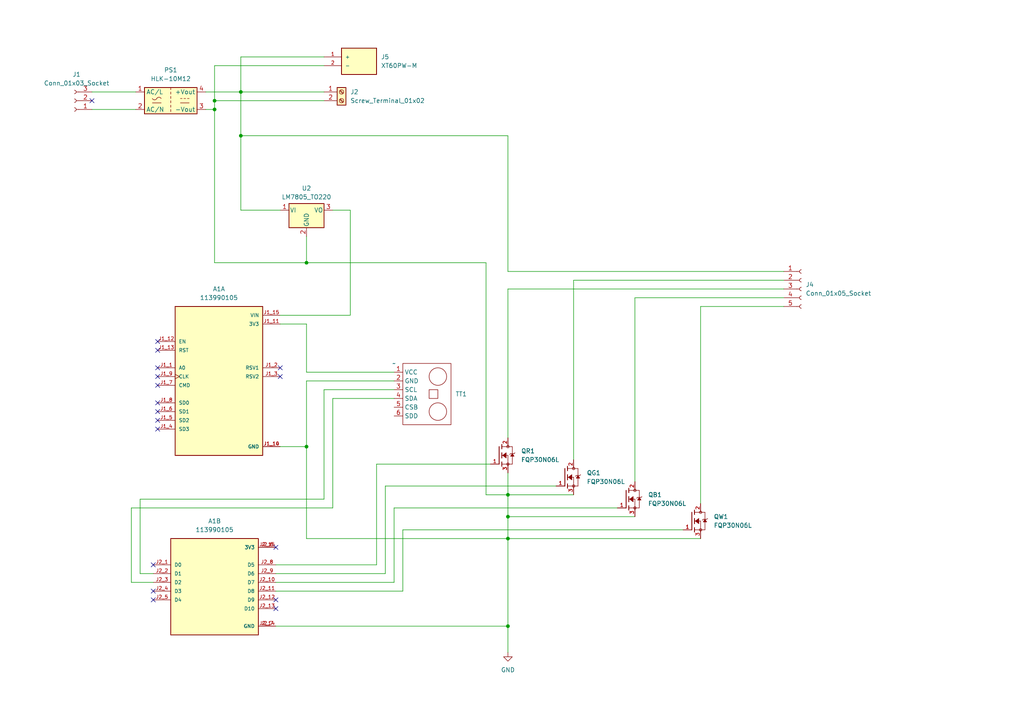
<source format=kicad_sch>
(kicad_sch (version 20230121) (generator eeschema)
  (paper "A4")
  (lib_symbols
    (symbol "BME280_module:BME280"
      (property "Reference" "TT" (at 0 0 0))
      (symbol "BME280_0_1"
        (rectangle (start 2.54 0) (end 16.51 -17.78))
        (rectangle (start 10.16 -7.62) (end 12.7 -10.16))
        (circle (center 12.7 -13.97) (radius 2.54))
        (circle (center 12.7 -3.81) (radius 2.54))
      )
      (symbol "BME280_1_1"
        (pin power_in line (at 0 -2.54 0) (length 2.54) (name "VCC") (number "1"))
        (pin power_in line (at 0 -5.08 0) (length 2.54) (name "GND") (number "2"))
        (pin bidirectional line (at 0 -7.62 0) (length 2.54) (name "SCL") (number "3"))
        (pin bidirectional line (at 0 -10.16 0) (length 2.54) (name "SDA") (number "4"))
        (pin bidirectional line (at 0 -12.7 0) (length 2.54) (name "CSB") (number "5"))
        (pin bidirectional line (at 0 -15.24 0) (length 2.54) (name "SDD") (number "6"))
      )
    )
    (symbol "Connector:Conn_01x03_Socket" (pin_names (offset 1.016) hide)
      (property "Reference" "J" (at 0 5.08 0))
      (property "Value" "Conn_01x03_Socket" (at 0 -5.08 0))
      (symbol "Conn_01x03_Socket_1_1"
        (arc (start 0 -2.032) (mid -0.5058 -2.54) (end 0 -3.048) (stroke (width 0.1524)))
        (polyline (pts (xy -1.27 -2.54) (xy -0.508 -2.54)) (stroke (width 0.1524)))
        (polyline (pts (xy -1.27 0) (xy -0.508 0)) (stroke (width 0.1524)))
        (polyline (pts (xy -1.27 2.54) (xy -0.508 2.54)) (stroke (width 0.1524)))
        (arc (start 0 0.508) (mid -0.5058 0) (end 0 -0.508) (stroke (width 0.1524)))
        (arc (start 0 3.048) (mid -0.5058 2.54) (end 0 2.032) (stroke (width 0.1524)))
        (pin passive line (at -5.08 2.54 0) (length 3.81) (name "Pin_1") (number "1"))
        (pin passive line (at -5.08 0 0) (length 3.81) (name "Pin_2") (number "2"))
        (pin passive line (at -5.08 -2.54 0) (length 3.81) (name "Pin_3") (number "3"))
      )
    )
    (symbol "Connector:Conn_01x05_Socket" (pin_names (offset 1.016) hide)
      (property "Reference" "J" (at 0 7.62 0))
      (property "Value" "Conn_01x05_Socket" (at 0 -7.62 0))
      (symbol "Conn_01x05_Socket_1_1"
        (arc (start 0 -4.572) (mid -0.5058 -5.08) (end 0 -5.588) (stroke (width 0.1524)))
        (arc (start 0 -2.032) (mid -0.5058 -2.54) (end 0 -3.048) (stroke (width 0.1524)))
        (polyline (pts (xy -1.27 -5.08) (xy -0.508 -5.08)) (stroke (width 0.1524)))
        (polyline (pts (xy -1.27 -2.54) (xy -0.508 -2.54)) (stroke (width 0.1524)))
        (polyline (pts (xy -1.27 0) (xy -0.508 0)) (stroke (width 0.1524)))
        (polyline (pts (xy -1.27 2.54) (xy -0.508 2.54)) (stroke (width 0.1524)))
        (polyline (pts (xy -1.27 5.08) (xy -0.508 5.08)) (stroke (width 0.1524)))
        (arc (start 0 0.508) (mid -0.5058 0) (end 0 -0.508) (stroke (width 0.1524)))
        (arc (start 0 3.048) (mid -0.5058 2.54) (end 0 2.032) (stroke (width 0.1524)))
        (arc (start 0 5.588) (mid -0.5058 5.08) (end 0 4.572) (stroke (width 0.1524)))
        (pin passive line (at -5.08 5.08 0) (length 3.81) (name "Pin_1") (number "1"))
        (pin passive line (at -5.08 2.54 0) (length 3.81) (name "Pin_2") (number "2"))
        (pin passive line (at -5.08 0 0) (length 3.81) (name "Pin_3") (number "3"))
        (pin passive line (at -5.08 -2.54 0) (length 3.81) (name "Pin_4") (number "4"))
        (pin passive line (at -5.08 -5.08 0) (length 3.81) (name "Pin_5") (number "5"))
      )
    )
    (symbol "Connector:Screw_Terminal_01x02" (pin_names (offset 1.016) hide)
      (property "Reference" "J" (at 0 2.54 0))
      (property "Value" "Screw_Terminal_01x02" (at 0 -5.08 0))
      (symbol "Screw_Terminal_01x02_1_1"
        (rectangle (start -1.27 1.27) (end 1.27 -3.81) (stroke (width 0.254)) (fill (type background)))
        (circle (center 0 -2.54) (radius 0.635) (stroke (width 0.1524)))
        (polyline (pts (xy -0.5334 -2.2098) (xy 0.3302 -3.048)) (stroke (width 0.1524)))
        (polyline (pts (xy -0.5334 0.3302) (xy 0.3302 -0.508)) (stroke (width 0.1524)))
        (polyline (pts (xy -0.3556 -2.032) (xy 0.508 -2.8702)) (stroke (width 0.1524)))
        (polyline (pts (xy -0.3556 0.508) (xy 0.508 -0.3302)) (stroke (width 0.1524)))
        (circle (center 0 0) (radius 0.635) (stroke (width 0.1524)))
        (pin passive line (at -5.08 0 0) (length 3.81) (name "Pin_1") (number "1"))
        (pin passive line (at -5.08 -2.54 0) (length 3.81) (name "Pin_2") (number "2"))
      )
    )
    (symbol "Converter_ACDC:HLK-10M12"
      (property "Reference" "PS" (at 0 5.08 0))
      (property "Value" "HLK-10M12" (at 0 -5.08 0))
      (symbol "HLK-10M12_0_1"
        (rectangle (start -7.62 3.81) (end 7.62 -3.81) (stroke (width 0.254)) (fill (type background)))
        (arc (start -5.334 0.635) (mid -4.699 0.2495) (end -4.064 0.635))
        (arc (start -2.794 0.635) (mid -3.429 1.0072) (end -4.064 0.635))
        (polyline (pts (xy -5.334 -0.635) (xy -2.794 -0.635)))
        (polyline (pts (xy 0 -2.54) (xy 0 -3.175)))
        (polyline (pts (xy 0 -1.27) (xy 0 -1.905)))
        (polyline (pts (xy 0 0) (xy 0 -0.635)))
        (polyline (pts (xy 0 1.27) (xy 0 0.635)))
        (polyline (pts (xy 0 2.54) (xy 0 1.905)))
        (polyline (pts (xy 0 3.81) (xy 0 3.175)))
        (polyline (pts (xy 2.794 -0.635) (xy 5.334 -0.635)))
        (polyline (pts (xy 2.794 0.635) (xy 3.302 0.635)))
        (polyline (pts (xy 3.81 0.635) (xy 4.318 0.635)))
        (polyline (pts (xy 4.826 0.635) (xy 5.334 0.635)))
      )
      (symbol "HLK-10M12_1_1"
        (pin power_in line (at -10.16 2.54 0) (length 2.54) (name "AC/L") (number "1"))
        (pin power_in line (at -10.16 -2.54 0) (length 2.54) (name "AC/N") (number "2"))
        (pin power_out line (at 10.16 -2.54 180) (length 2.54) (name "-Vout") (number "3"))
        (pin power_out line (at 10.16 2.54 180) (length 2.54) (name "+Vout") (number "4"))
      )
    )
    (symbol "FQP30N06L:FQP30N06L" (pin_names (offset 1.016))
      (property "Reference" "Q" (at -11.4404 2.5423 0))
      (property "Value" "FQP30N06L" (at -11.4336 0 0))
      (symbol "FQP30N06L_0_0"
        (polyline (pts (xy 0 2.54) (xy 0 -2.54)) (stroke (width 0.254)))
        (polyline (pts (xy 0.762 -2.54) (xy 0.762 -3.175)) (stroke (width 0.254)))
        (polyline (pts (xy 0.762 -1.905) (xy 0.762 -2.54)) (stroke (width 0.254)))
        (polyline (pts (xy 0.762 0) (xy 0.762 -0.762)) (stroke (width 0.254)))
        (polyline (pts (xy 0.762 0) (xy 2.54 0)) (stroke (width 0.1524)))
        (polyline (pts (xy 0.762 0.762) (xy 0.762 0)) (stroke (width 0.254)))
        (polyline (pts (xy 0.762 2.54) (xy 0.762 1.905)) (stroke (width 0.254)))
        (polyline (pts (xy 0.762 2.54) (xy 3.81 2.54)) (stroke (width 0.1524)))
        (polyline (pts (xy 0.762 3.175) (xy 0.762 2.54)) (stroke (width 0.254)))
        (polyline (pts (xy 2.54 -2.54) (xy 0.762 -2.54)) (stroke (width 0.1524)))
        (polyline (pts (xy 2.54 -2.54) (xy 3.81 -2.54)) (stroke (width 0.1524)))
        (polyline (pts (xy 2.54 0) (xy 2.54 -2.54)) (stroke (width 0.1524)))
        (polyline (pts (xy 3.302 0.508) (xy 3.048 0.254)) (stroke (width 0.1524)))
        (polyline (pts (xy 3.81 0.508) (xy 3.302 0.508)) (stroke (width 0.1524)))
        (polyline (pts (xy 3.81 0.508) (xy 3.81 -2.54)) (stroke (width 0.1524)))
        (polyline (pts (xy 3.81 2.54) (xy 3.81 0.508)) (stroke (width 0.1524)))
        (polyline (pts (xy 4.318 0.508) (xy 3.81 0.508)) (stroke (width 0.1524)))
        (polyline (pts (xy 4.572 0.762) (xy 4.318 0.508)) (stroke (width 0.1524)))
        (polyline (pts (xy 1.016 0) (xy 2.032 0.762) (xy 2.032 -0.762) (xy 1.016 0)) (stroke (width 0.1524)) (fill (type outline)))
        (polyline (pts (xy 3.81 0.508) (xy 3.302 -0.254) (xy 4.318 -0.254) (xy 3.81 0.508)) (stroke (width 0.1524)) (fill (type outline)))
        (circle (center 2.54 -2.54) (radius 0.3592))
        (circle (center 2.54 2.54) (radius 0.3592))
        (pin passive line (at -2.54 -2.54 0) (length 2.54) (name "~") (number "1"))
        (pin passive line (at 2.54 5.08 270) (length 2.54) (name "~") (number "2"))
        (pin passive line (at 2.54 -5.08 90) (length 2.54) (name "~") (number "3"))
      )
    )
    (symbol "NodeMCUv2:113990105" (pin_names (offset 1.016))
      (property "Reference" "A" (at -12.7 21.59 0))
      (property "Value" "113990105" (at -12.7 -24.13 0))
      (symbol "113990105_1_0"
        (rectangle (start -12.7 -22.86) (end 12.7 20.32) (stroke (width 0.254)) (fill (type background)))
        (pin bidirectional line (at -17.78 2.54 0) (length 5.08) (name "A0") (number "J1_1"))
        (pin power_in line (at 17.78 -20.32 180) (length 5.08) (name "GND") (number "J1_10"))
        (pin power_in line (at 17.78 15.24 180) (length 5.08) (name "3V3") (number "J1_11"))
        (pin input line (at -17.78 10.16 0) (length 5.08) (name "EN") (number "J1_12"))
        (pin input line (at -17.78 7.62 0) (length 5.08) (name "RST") (number "J1_13"))
        (pin power_in line (at 17.78 -20.32 180) (length 5.08) (name "GND") (number "J1_14"))
        (pin power_in line (at 17.78 17.78 180) (length 5.08) (name "VIN") (number "J1_15"))
        (pin bidirectional line (at 17.78 2.54 180) (length 5.08) (name "RSV1") (number "J1_2"))
        (pin bidirectional line (at 17.78 0 180) (length 5.08) (name "RSV2") (number "J1_3"))
        (pin bidirectional line (at -17.78 -15.24 0) (length 5.08) (name "SD3") (number "J1_4"))
        (pin bidirectional line (at -17.78 -12.7 0) (length 5.08) (name "SD2") (number "J1_5"))
        (pin bidirectional line (at -17.78 -10.16 0) (length 5.08) (name "SD1") (number "J1_6"))
        (pin bidirectional line (at -17.78 -2.54 0) (length 5.08) (name "CMD") (number "J1_7"))
        (pin bidirectional line (at -17.78 -7.62 0) (length 5.08) (name "SD0") (number "J1_8"))
        (pin bidirectional clock (at -17.78 0 0) (length 5.08) (name "CLK") (number "J1_9"))
      )
      (symbol "113990105_2_0"
        (rectangle (start -12.7 -15.24) (end 12.7 12.7) (stroke (width 0.254)) (fill (type background)))
        (pin bidirectional line (at -17.78 5.08 0) (length 5.08) (name "D0") (number "J2_1"))
        (pin bidirectional line (at 17.78 0 180) (length 5.08) (name "D7") (number "J2_10"))
        (pin bidirectional line (at 17.78 -2.54 180) (length 5.08) (name "D8") (number "J2_11"))
        (pin bidirectional line (at 17.78 -5.08 180) (length 5.08) (name "D9") (number "J2_12"))
        (pin bidirectional line (at 17.78 -7.62 180) (length 5.08) (name "D10") (number "J2_13"))
        (pin power_in line (at 17.78 -12.7 180) (length 5.08) (name "GND") (number "J2_14"))
        (pin power_in line (at 17.78 10.16 180) (length 5.08) (name "3V3") (number "J2_15"))
        (pin bidirectional line (at -17.78 2.54 0) (length 5.08) (name "D1") (number "J2_2"))
        (pin bidirectional line (at -17.78 0 0) (length 5.08) (name "D2") (number "J2_3"))
        (pin bidirectional line (at -17.78 -2.54 0) (length 5.08) (name "D3") (number "J2_4"))
        (pin bidirectional line (at -17.78 -5.08 0) (length 5.08) (name "D4") (number "J2_5"))
        (pin power_in line (at 17.78 10.16 180) (length 5.08) (name "3V3") (number "J2_6"))
        (pin power_in line (at 17.78 -12.7 180) (length 5.08) (name "GND") (number "J2_7"))
        (pin bidirectional line (at 17.78 5.08 180) (length 5.08) (name "D5") (number "J2_8"))
        (pin bidirectional line (at 17.78 2.54 180) (length 5.08) (name "D6") (number "J2_9"))
      )
    )
    (symbol "Regulator_Linear:LM7805_TO220" (pin_names (offset 0.254))
      (property "Reference" "U" (at -3.81 3.175 0))
      (property "Value" "LM7805_TO220" (at 0 3.175 0))
      (symbol "LM7805_TO220_0_1"
        (rectangle (start -5.08 1.905) (end 5.08 -5.08) (stroke (width 0.254)) (fill (type background)))
      )
      (symbol "LM7805_TO220_1_1"
        (pin power_in line (at -7.62 0 0) (length 2.54) (name "VI") (number "1"))
        (pin power_in line (at 0 -7.62 90) (length 2.54) (name "GND") (number "2"))
        (pin power_out line (at 7.62 0 180) (length 2.54) (name "VO") (number "3"))
      )
    )
    (symbol "XT60PW-M:XT60PW-M" (pin_names (offset 1.016))
      (property "Reference" "J" (at -5.08 5.7234 0))
      (property "Value" "XT60PW-M" (at -5.08 -5.0923 0))
      (symbol "XT60PW-M_0_0"
        (rectangle (start -5.08 -2.54) (end 5.08 5.08) (stroke (width 0.254)) (fill (type background)))
        (pin passive line (at -10.16 2.54 0) (length 5.08) (name "+") (number "1"))
        (pin passive line (at -10.16 0 0) (length 5.08) (name "-") (number "2"))
      )
    )
    (symbol "power:GND" (power) (pin_names (offset 0))
      (property "Value" "GND" (at 0 -3.81 0))
      (symbol "GND_0_1"
        (polyline (pts (xy 0 0) (xy 0 -1.27) (xy 1.27 -1.27) (xy 0 -2.54) (xy -1.27 -1.27) (xy 0 -1.27)))
      )
      (symbol "GND_1_1"
        (pin power_in line (at 0 0 270) (length 0) hide (name "GND") (number "1"))
      )
    )
  )
  (junction (at 62.23 29.21))
  (junction (at 69.85 26.67))
  (junction (at 147.32 143.51))
  (junction (at 147.32 181.61))
  (junction (at 69.85 39.37))
  (junction (at 88.9 76.2))
  (junction (at 88.9 129.54))
  (junction (at 147.32 149.86))
  (junction (at 62.23 31.75))
  (junction (at 147.32 156.21))
  (no_connect (at 45.72 119.38))
  (no_connect (at 45.72 101.6))
  (no_connect (at 80.01 176.53))
  (no_connect (at 26.67 29.21))
  (no_connect (at 45.72 99.06))
  (no_connect (at 44.45 173.99))
  (no_connect (at 81.28 109.22))
  (no_connect (at 44.45 171.45))
  (no_connect (at 45.72 109.22))
  (no_connect (at 81.28 106.68))
  (no_connect (at 80.01 158.75))
  (no_connect (at 44.45 163.83))
  (no_connect (at 45.72 116.84))
  (no_connect (at 80.01 173.99))
  (no_connect (at 45.72 106.68))
  (no_connect (at 45.72 124.46))
  (no_connect (at 45.72 121.92))
  (no_connect (at 45.72 111.76))
  (wire (pts (xy 80.01 163.83) (xy 109.22 163.83)))
  (wire (pts (xy 26.67 26.67) (xy 39.37 26.67)))
  (wire (pts (xy 227.33 78.74) (xy 147.32 78.74)))
  (wire (pts (xy 114.3 110.49) (xy 88.9 110.49)))
  (wire (pts (xy 147.32 149.86) (xy 147.32 156.21)))
  (wire (pts (xy 93.98 144.78) (xy 93.98 113.03)))
  (wire (pts (xy 93.98 113.03) (xy 114.3 113.03)))
  (wire (pts (xy 88.9 107.95) (xy 88.9 93.98)))
  (wire (pts (xy 109.22 134.62) (xy 142.24 134.62)))
  (wire (pts (xy 114.3 147.32) (xy 179.07 147.32)))
  (wire (pts (xy 114.3 107.95) (xy 88.9 107.95)))
  (wire (pts (xy 38.1 147.32) (xy 96.52 147.32)))
  (wire (pts (xy 114.3 168.91) (xy 114.3 147.32)))
  (wire (pts (xy 184.15 86.36) (xy 184.15 139.7)))
  (wire (pts (xy 109.22 163.83) (xy 109.22 134.62)))
  (wire (pts (xy 111.76 166.37) (xy 111.76 140.97)))
  (wire (pts (xy 88.9 110.49) (xy 88.9 129.54)))
  (wire (pts (xy 62.23 31.75) (xy 62.23 76.2)))
  (wire (pts (xy 96.52 147.32) (xy 96.52 115.57)))
  (wire (pts (xy 147.32 78.74) (xy 147.32 39.37)))
  (wire (pts (xy 227.33 88.9) (xy 203.2 88.9)))
  (wire (pts (xy 101.6 91.44) (xy 81.28 91.44)))
  (wire (pts (xy 69.85 16.51) (xy 69.85 26.67)))
  (wire (pts (xy 166.37 81.28) (xy 166.37 133.35)))
  (wire (pts (xy 62.23 76.2) (xy 88.9 76.2)))
  (wire (pts (xy 44.45 166.37) (xy 40.64 166.37)))
  (wire (pts (xy 166.37 143.51) (xy 147.32 143.51)))
  (wire (pts (xy 147.32 83.82) (xy 227.33 83.82)))
  (wire (pts (xy 59.69 31.75) (xy 62.23 31.75)))
  (wire (pts (xy 88.9 93.98) (xy 81.28 93.98)))
  (wire (pts (xy 96.52 115.57) (xy 114.3 115.57)))
  (wire (pts (xy 69.85 26.67) (xy 69.85 39.37)))
  (wire (pts (xy 116.84 153.67) (xy 198.12 153.67)))
  (wire (pts (xy 59.69 26.67) (xy 69.85 26.67)))
  (wire (pts (xy 40.64 144.78) (xy 93.98 144.78)))
  (wire (pts (xy 40.64 166.37) (xy 40.64 144.78)))
  (wire (pts (xy 44.45 168.91) (xy 38.1 168.91)))
  (wire (pts (xy 80.01 166.37) (xy 111.76 166.37)))
  (wire (pts (xy 111.76 140.97) (xy 161.29 140.97)))
  (wire (pts (xy 81.28 129.54) (xy 88.9 129.54)))
  (wire (pts (xy 140.97 76.2) (xy 140.97 143.51)))
  (wire (pts (xy 147.32 156.21) (xy 147.32 181.61)))
  (wire (pts (xy 227.33 86.36) (xy 184.15 86.36)))
  (wire (pts (xy 147.32 137.16) (xy 147.32 143.51)))
  (wire (pts (xy 147.32 83.82) (xy 147.32 127)))
  (wire (pts (xy 62.23 29.21) (xy 62.23 31.75)))
  (wire (pts (xy 88.9 129.54) (xy 88.9 156.21)))
  (wire (pts (xy 26.67 31.75) (xy 39.37 31.75)))
  (wire (pts (xy 80.01 181.61) (xy 147.32 181.61)))
  (wire (pts (xy 203.2 88.9) (xy 203.2 146.05)))
  (wire (pts (xy 93.98 29.21) (xy 62.23 29.21)))
  (wire (pts (xy 80.01 171.45) (xy 116.84 171.45)))
  (wire (pts (xy 93.98 19.05) (xy 62.23 19.05)))
  (wire (pts (xy 147.32 156.21) (xy 203.2 156.21)))
  (wire (pts (xy 88.9 156.21) (xy 147.32 156.21)))
  (wire (pts (xy 147.32 181.61) (xy 147.32 189.23)))
  (wire (pts (xy 140.97 143.51) (xy 147.32 143.51)))
  (wire (pts (xy 147.32 143.51) (xy 147.32 149.86)))
  (wire (pts (xy 69.85 39.37) (xy 69.85 60.96)))
  (wire (pts (xy 147.32 39.37) (xy 69.85 39.37)))
  (wire (pts (xy 69.85 60.96) (xy 81.28 60.96)))
  (wire (pts (xy 101.6 60.96) (xy 101.6 91.44)))
  (wire (pts (xy 88.9 68.58) (xy 88.9 76.2)))
  (wire (pts (xy 96.52 60.96) (xy 101.6 60.96)))
  (wire (pts (xy 93.98 16.51) (xy 69.85 16.51)))
  (wire (pts (xy 62.23 19.05) (xy 62.23 29.21)))
  (wire (pts (xy 116.84 171.45) (xy 116.84 153.67)))
  (wire (pts (xy 80.01 168.91) (xy 114.3 168.91)))
  (wire (pts (xy 184.15 149.86) (xy 147.32 149.86)))
  (wire (pts (xy 227.33 81.28) (xy 166.37 81.28)))
  (wire (pts (xy 69.85 26.67) (xy 93.98 26.67)))
  (wire (pts (xy 88.9 76.2) (xy 140.97 76.2)))
  (wire (pts (xy 38.1 168.91) (xy 38.1 147.32)))
  (symbol (lib_id "XT60PW-M:XT60PW-M") (at 104.14 19.05 0) (unit 1)
    (property "Reference" "J5" (at 110.49 16.51 0) (effects (justify left)))
    (property "Value" "XT60PW-M" (at 110.49 19.05 0) (effects (justify left)))
    (property "Footprint" "AMASS:AMASS_XT60PW-M" (effects hide))
    (property "MF" "AMASS" (effects hide))
    (property "MAXIMUM_PACKAGE_HEIGHT" "8.4 mm" (effects hide))
    (property "Package" "Package" (effects hide))
    (property "Price" "None" (effects hide))
    (property "Check_prices" "https://www.snapeda.com/parts/XT60PW-M/AMASS/view-part/?ref=eda" (effects hide))
    (property "STANDARD" "Manufacturer recommendations" (effects hide))
    (property "PARTREV" "V1.2" (effects hide))
    (property "SnapEDA_Link" "https://www.snapeda.com/parts/XT60PW-M/AMASS/view-part/?ref=snap" (effects hide))
    (property "MP" "XT60PW-M" (effects hide))
    (property "Description" "\nSocket, DC supply, male, PIN: 2\n" (effects hide))
    (property "Availability" "Not in stock" (effects hide))
    (property "MANUFACTURER" "AMASS" (effects hide))
  )
  (symbol (lib_id "power:GND") (at 147.32 189.23 0) (unit 1)
    (property "Reference" "#PWR01" (effects hide))
    (property "Value" "GND" (at 147.32 194.31 0))
  )
  (symbol (lib_id "BME280_module:BME280") (at 114.3 105.41 0) (unit 1)
    (property "Reference" "TT1" (at 132.08 114.3 0) (effects (justify left)))
    (property "Value" "~" (at 114.3 105.41 0))
    (property "Footprint" "BME280_module:BME280" (effects hide))
  )
  (symbol (lib_id "Connector:Conn_01x05_Socket") (at 232.41 83.82 0) (unit 1)
    (property "Reference" "J4" (at 233.68 82.55 0) (effects (justify left)))
    (property "Value" "Conn_01x05_Socket" (at 233.68 85.09 0) (effects (justify left)))
    (property "Footprint" "Connector_PinSocket_2.54mm:PinSocket_1x05_P2.54mm_Horizontal" (effects hide))
  )
  (symbol (lib_id "FQP30N06L:FQP30N06L") (at 200.66 151.13 0) (unit 1)
    (property "Reference" "QW1" (at 207.01 149.86 0) (effects (justify left)))
    (property "Value" "FQP30N06L" (at 207.01 152.4 0) (effects (justify left)))
    (property "Footprint" "FQP30N06L:TO220V" (effects hide))
    (property "MF" "ON" (effects hide))
    (property "Purchase-URL" "https://www.snapeda.com/api/url_track_click_mouser/?unipart_id=106199&manufacturer=ON&part_name=FQP30N06L&search_term=fqp30n06l" (effects hide))
    (property "Package" "TO-220-3 ON" (effects hide))
    (property "SnapEDA_Link" "https://www.snapeda.com/parts/FQP30N06L/Onsemi/view-part/?ref=snap" (effects hide))
    (property "MP" "FQP30N06L" (effects hide))
    (property "Description" "\nN-Channel 60 V 32A (Tc) 79W (Tc) Through Hole TO-220-3\n" (effects hide))
    (property "RS_Components_8075863_Purchase_URL" "https://www.snapeda.com/api/url_track_click/https%253A//uk.rs-online.com/web/p/mosfets/8075863//%253Futm_campaign%253Dbuynow%2526utm_medium%253Daggregator%2526utm_source%253Dsnapeda%2526cm_mmc%253Daff-_-uk-_-snapeda-_-8075863/?unipart_id=106199&manufacturer=ON&part_name=FQP30N06L&search_term=fqp30n06l" (effects hide))
    (property "Check_prices" "https://www.snapeda.com/parts/FQP30N06L/Onsemi/view-part/?ref=eda" (effects hide))
  )
  (symbol (lib_id "Regulator_Linear:LM7805_TO220") (at 88.9 60.96 0) (unit 1)
    (property "Reference" "U2" (at 88.9 54.61 0))
    (property "Value" "LM7805_TO220" (at 88.9 57.15 0))
    (property "Footprint" "Package_TO_SOT_THT:TO-220-3_Vertical" (effects hide))
    (property "Datasheet" "https://www.onsemi.cn/PowerSolutions/document/MC7800-D.PDF" (effects hide))
  )
  (symbol (lib_id "Connector:Screw_Terminal_01x02") (at 99.06 26.67 0) (unit 1)
    (property "Reference" "J2" (at 101.6 26.67 0) (effects (justify left)))
    (property "Value" "Screw_Terminal_01x02" (at 101.6 29.21 0) (effects (justify left)))
    (property "Footprint" "Connector_BarrelJack:BarrelJack_Horizontal" (effects hide))
  )
  (symbol (lib_id "FQP30N06L:FQP30N06L") (at 144.78 132.08 0) (unit 1)
    (property "Reference" "QR1" (at 151.13 130.81 0) (effects (justify left)))
    (property "Value" "FQP30N06L" (at 151.13 133.35 0) (effects (justify left)))
    (property "Footprint" "FQP30N06L:TO220V" (effects hide))
    (property "MF" "ON" (effects hide))
    (property "Purchase-URL" "https://www.snapeda.com/api/url_track_click_mouser/?unipart_id=106199&manufacturer=ON&part_name=FQP30N06L&search_term=fqp30n06l" (effects hide))
    (property "Package" "TO-220-3 ON" (effects hide))
    (property "SnapEDA_Link" "https://www.snapeda.com/parts/FQP30N06L/Onsemi/view-part/?ref=snap" (effects hide))
    (property "MP" "FQP30N06L" (effects hide))
    (property "Description" "\nN-Channel 60 V 32A (Tc) 79W (Tc) Through Hole TO-220-3\n" (effects hide))
    (property "RS_Components_8075863_Purchase_URL" "https://www.snapeda.com/api/url_track_click/https%253A//uk.rs-online.com/web/p/mosfets/8075863//%253Futm_campaign%253Dbuynow%2526utm_medium%253Daggregator%2526utm_source%253Dsnapeda%2526cm_mmc%253Daff-_-uk-_-snapeda-_-8075863/?unipart_id=106199&manufacturer=ON&part_name=FQP30N06L&search_term=fqp30n06l" (effects hide))
    (property "Check_prices" "https://www.snapeda.com/parts/FQP30N06L/Onsemi/view-part/?ref=eda" (effects hide))
  )
  (symbol (lib_id "FQP30N06L:FQP30N06L") (at 181.61 144.78 0) (unit 1)
    (property "Reference" "QB1" (at 187.96 143.51 0) (effects (justify left)))
    (property "Value" "FQP30N06L" (at 187.96 146.05 0) (effects (justify left)))
    (property "Footprint" "FQP30N06L:TO220V" (effects hide))
    (property "MF" "ON" (effects hide))
    (property "Purchase-URL" "https://www.snapeda.com/api/url_track_click_mouser/?unipart_id=106199&manufacturer=ON&part_name=FQP30N06L&search_term=fqp30n06l" (effects hide))
    (property "Package" "TO-220-3 ON" (effects hide))
    (property "SnapEDA_Link" "https://www.snapeda.com/parts/FQP30N06L/Onsemi/view-part/?ref=snap" (effects hide))
    (property "MP" "FQP30N06L" (effects hide))
    (property "Description" "\nN-Channel 60 V 32A (Tc) 79W (Tc) Through Hole TO-220-3\n" (effects hide))
    (property "RS_Components_8075863_Purchase_URL" "https://www.snapeda.com/api/url_track_click/https%253A//uk.rs-online.com/web/p/mosfets/8075863//%253Futm_campaign%253Dbuynow%2526utm_medium%253Daggregator%2526utm_source%253Dsnapeda%2526cm_mmc%253Daff-_-uk-_-snapeda-_-8075863/?unipart_id=106199&manufacturer=ON&part_name=FQP30N06L&search_term=fqp30n06l" (effects hide))
    (property "Check_prices" "https://www.snapeda.com/parts/FQP30N06L/Onsemi/view-part/?ref=eda" (effects hide))
  )
  (symbol (lib_id "NodeMCUv2:113990105") (at 62.23 168.91 0) (unit 2)
    (property "Reference" "A1" (at 62.23 151.13 0))
    (property "Value" "113990105" (at 62.23 153.67 0))
    (property "Footprint" "pcb:SEEED_113990105" (effects hide))
    (property "MF" "Seeed Technology" (effects hide))
    (property "MAXIMUM_PACKAGE_HEIGHT" "N/A" (effects hide))
    (property "Package" "None" (effects hide))
    (property "Price" "None" (effects hide))
    (property "Check_prices" "https://www.snapeda.com/parts/NodeMCU%20v2/Seeed+Technology+Co.%252C+Ltd/view-part/?ref=eda" (effects hide))
    (property "STANDARD" "Manufacturer Recommendations" (effects hide))
    (property "PARTREV" "N/A" (effects hide))
    (property "SnapEDA_Link" "https://www.snapeda.com/parts/NodeMCU%20v2/Seeed+Technology+Co.%252C+Ltd/view-part/?ref=snap" (effects hide))
    (property "MP" "NodeMCU v2" (effects hide))
    (property "Description" "\nAn open-source firmware and development kit that helps you to Prototype your IOT product within a few Lua script lines\n" (effects hide))
    (property "Availability" "Not in stock" (effects hide))
    (property "MANUFACTURER" "Seeed" (effects hide))
  )
  (symbol (lib_id "Connector:Conn_01x03_Socket") (at 21.59 29.21 180) (unit 1)
    (property "Reference" "J1" (at 22.225 21.59 0))
    (property "Value" "Conn_01x03_Socket" (at 22.225 24.13 0))
    (property "Footprint" "Connector_Phoenix_MC_HighVoltage:PhoenixContact_MC_1,5_3-G-5.08_1x03_P5.08mm_Horizontal" (effects hide))
  )
  (symbol (lib_id "FQP30N06L:FQP30N06L") (at 163.83 138.43 0) (unit 1)
    (property "Reference" "QG1" (at 170.18 137.16 0) (effects (justify left)))
    (property "Value" "FQP30N06L" (at 170.18 139.7 0) (effects (justify left)))
    (property "Footprint" "FQP30N06L:TO220V" (effects hide))
    (property "MF" "ON" (effects hide))
    (property "Purchase-URL" "https://www.snapeda.com/api/url_track_click_mouser/?unipart_id=106199&manufacturer=ON&part_name=FQP30N06L&search_term=fqp30n06l" (effects hide))
    (property "Package" "TO-220-3 ON" (effects hide))
    (property "SnapEDA_Link" "https://www.snapeda.com/parts/FQP30N06L/Onsemi/view-part/?ref=snap" (effects hide))
    (property "MP" "FQP30N06L" (effects hide))
    (property "Description" "\nN-Channel 60 V 32A (Tc) 79W (Tc) Through Hole TO-220-3\n" (effects hide))
    (property "RS_Components_8075863_Purchase_URL" "https://www.snapeda.com/api/url_track_click/https%253A//uk.rs-online.com/web/p/mosfets/8075863//%253Futm_campaign%253Dbuynow%2526utm_medium%253Daggregator%2526utm_source%253Dsnapeda%2526cm_mmc%253Daff-_-uk-_-snapeda-_-8075863/?unipart_id=106199&manufacturer=ON&part_name=FQP30N06L&search_term=fqp30n06l" (effects hide))
    (property "Check_prices" "https://www.snapeda.com/parts/FQP30N06L/Onsemi/view-part/?ref=eda" (effects hide))
  )
  (symbol (lib_id "NodeMCUv2:113990105") (at 63.5 109.22 0) (unit 1)
    (property "Reference" "A1" (at 63.5 83.82 0))
    (property "Value" "113990105" (at 63.5 86.36 0))
    (property "Footprint" "pcb:SEEED_113990105" (effects hide))
    (property "MF" "Seeed Technology" (effects hide))
    (property "MAXIMUM_PACKAGE_HEIGHT" "N/A" (effects hide))
    (property "Package" "None" (effects hide))
    (property "Price" "None" (effects hide))
    (property "Check_prices" "https://www.snapeda.com/parts/NodeMCU%20v2/Seeed+Technology+Co.%252C+Ltd/view-part/?ref=eda" (effects hide))
    (property "STANDARD" "Manufacturer Recommendations" (effects hide))
    (property "PARTREV" "N/A" (effects hide))
    (property "SnapEDA_Link" "https://www.snapeda.com/parts/NodeMCU%20v2/Seeed+Technology+Co.%252C+Ltd/view-part/?ref=snap" (effects hide))
    (property "MP" "NodeMCU v2" (effects hide))
    (property "Description" "\nAn open-source firmware and development kit that helps you to Prototype your IOT product within a few Lua script lines\n" (effects hide))
    (property "Availability" "Not in stock" (effects hide))
    (property "MANUFACTURER" "Seeed" (effects hide))
  )
  (symbol (lib_id "Converter_ACDC:HLK-10M12") (at 49.53 29.21 0) (unit 1)
    (property "Reference" "PS1" (at 49.53 20.32 0))
    (property "Value" "HLK-10M12" (at 49.53 22.86 0))
    (property "Footprint" "Converter_ACDC:Converter_ACDC_HiLink_HLK-10Mxx" (effects hide))
    (property "Datasheet" "http://h.hlktech.com/download/ACDC%E7%94%B5%E6%BA%90%E6%A8%A1%E5%9D%9710W%E7%B3%BB%E5%88%97/1/%E6%B5%B7%E5%87%8C%E7%A7%9110W%E7%B3%BB%E5%88%97%E7%94%B5%E6%BA%90%E6%A8%A1%E5%9D%97%E8%A7%84%E6%A0%BC%E4%B9%A6V1.8.pdf" (effects hide))
  )
)
</source>
